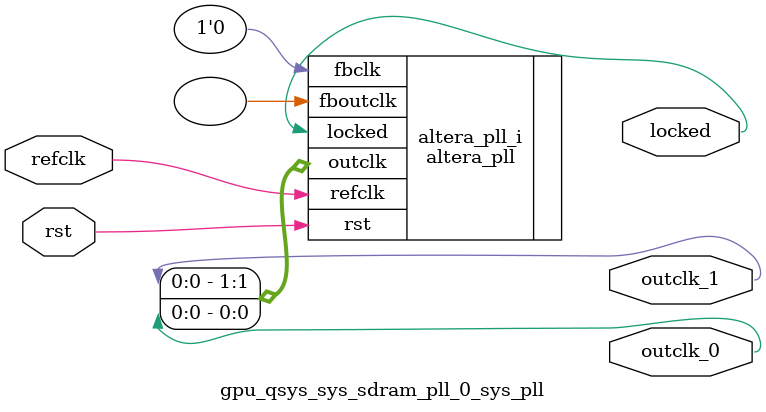
<source format=v>
`timescale 1ns/10ps
module  gpu_qsys_sys_sdram_pll_0_sys_pll(

	// interface 'refclk'
	input wire refclk,

	// interface 'reset'
	input wire rst,

	// interface 'outclk0'
	output wire outclk_0,

	// interface 'outclk1'
	output wire outclk_1,

	// interface 'locked'
	output wire locked
);

	altera_pll #(
		.fractional_vco_multiplier("false"),
		.reference_clock_frequency("50.0 MHz"),
		.operation_mode("direct"),
		.number_of_clocks(2),
		.output_clock_frequency0("100.000000 MHz"),
		.phase_shift0("0 ps"),
		.duty_cycle0(50),
		.output_clock_frequency1("100.000000 MHz"),
		.phase_shift1("-3000 ps"),
		.duty_cycle1(50),
		.output_clock_frequency2("0 MHz"),
		.phase_shift2("0 ps"),
		.duty_cycle2(50),
		.output_clock_frequency3("0 MHz"),
		.phase_shift3("0 ps"),
		.duty_cycle3(50),
		.output_clock_frequency4("0 MHz"),
		.phase_shift4("0 ps"),
		.duty_cycle4(50),
		.output_clock_frequency5("0 MHz"),
		.phase_shift5("0 ps"),
		.duty_cycle5(50),
		.output_clock_frequency6("0 MHz"),
		.phase_shift6("0 ps"),
		.duty_cycle6(50),
		.output_clock_frequency7("0 MHz"),
		.phase_shift7("0 ps"),
		.duty_cycle7(50),
		.output_clock_frequency8("0 MHz"),
		.phase_shift8("0 ps"),
		.duty_cycle8(50),
		.output_clock_frequency9("0 MHz"),
		.phase_shift9("0 ps"),
		.duty_cycle9(50),
		.output_clock_frequency10("0 MHz"),
		.phase_shift10("0 ps"),
		.duty_cycle10(50),
		.output_clock_frequency11("0 MHz"),
		.phase_shift11("0 ps"),
		.duty_cycle11(50),
		.output_clock_frequency12("0 MHz"),
		.phase_shift12("0 ps"),
		.duty_cycle12(50),
		.output_clock_frequency13("0 MHz"),
		.phase_shift13("0 ps"),
		.duty_cycle13(50),
		.output_clock_frequency14("0 MHz"),
		.phase_shift14("0 ps"),
		.duty_cycle14(50),
		.output_clock_frequency15("0 MHz"),
		.phase_shift15("0 ps"),
		.duty_cycle15(50),
		.output_clock_frequency16("0 MHz"),
		.phase_shift16("0 ps"),
		.duty_cycle16(50),
		.output_clock_frequency17("0 MHz"),
		.phase_shift17("0 ps"),
		.duty_cycle17(50),
		.pll_type("General"),
		.pll_subtype("General")
	) altera_pll_i (
		.rst	(rst),
		.outclk	({outclk_1, outclk_0}),
		.locked	(locked),
		.fboutclk	( ),
		.fbclk	(1'b0),
		.refclk	(refclk)
	);
endmodule


</source>
